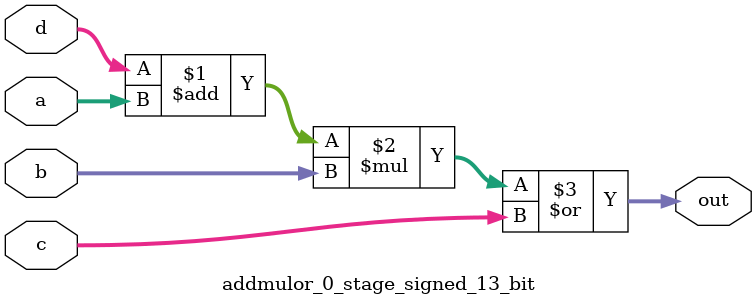
<source format=sv>
(* use_dsp = "yes" *) module addmulor_0_stage_signed_13_bit(
	input signed [12:0] a,
	input signed [12:0] b,
	input signed [12:0] c,
	input signed [12:0] d,
	output [12:0] out
	);

	assign out = ((d + a) * b) | c;
endmodule

</source>
